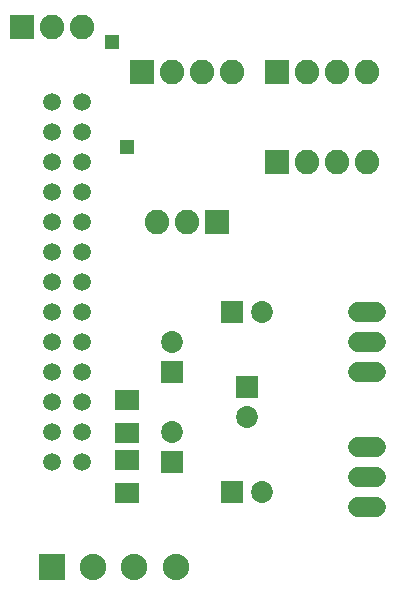
<source format=gbs>
G75*
%MOIN*%
%OFA0B0*%
%FSLAX24Y24*%
%IPPOS*%
%LPD*%
%AMOC8*
5,1,8,0,0,1.08239X$1,22.5*
%
%ADD10C,0.0730*%
%ADD11R,0.0730X0.0730*%
%ADD12C,0.0680*%
%ADD13R,0.0880X0.0880*%
%ADD14C,0.0880*%
%ADD15R,0.0820X0.0820*%
%ADD16C,0.0820*%
%ADD17C,0.0595*%
%ADD18R,0.0789X0.0710*%
%ADD19R,0.0476X0.0476*%
D10*
X006200Y006600D03*
X006200Y009600D03*
X008700Y007100D03*
X009200Y004600D03*
X009200Y010600D03*
D11*
X008200Y010600D03*
X008700Y008100D03*
X008200Y004600D03*
X006200Y005600D03*
X006200Y008600D03*
D12*
X012400Y008600D02*
X013000Y008600D01*
X013000Y009600D02*
X012400Y009600D01*
X012400Y010600D02*
X013000Y010600D01*
X013000Y006100D02*
X012400Y006100D01*
X012400Y005100D02*
X013000Y005100D01*
X013000Y004100D02*
X012400Y004100D01*
D13*
X002200Y002100D03*
D14*
X003578Y002100D03*
X004956Y002100D03*
X006334Y002100D03*
D15*
X007700Y013600D03*
X009700Y015600D03*
X009700Y018600D03*
X005200Y018600D03*
X001200Y020100D03*
D16*
X002200Y020100D03*
X003200Y020100D03*
X006200Y018600D03*
X007200Y018600D03*
X008200Y018600D03*
X010700Y018600D03*
X011700Y018600D03*
X012700Y018600D03*
X012700Y015600D03*
X011700Y015600D03*
X010700Y015600D03*
X006700Y013600D03*
X005700Y013600D03*
D17*
X003200Y013600D03*
X003200Y014600D03*
X003200Y015600D03*
X003200Y016600D03*
X003200Y017600D03*
X002200Y017600D03*
X002200Y016600D03*
X002200Y015600D03*
X002200Y014600D03*
X002200Y013600D03*
X002200Y012600D03*
X002200Y011600D03*
X002200Y010600D03*
X002200Y009600D03*
X002200Y008600D03*
X002200Y007600D03*
X002200Y006600D03*
X002200Y005600D03*
X003200Y005600D03*
X003200Y006600D03*
X003200Y007600D03*
X003200Y008600D03*
X003200Y009600D03*
X003200Y010600D03*
X003200Y011600D03*
X003200Y012600D03*
D18*
X004700Y007651D03*
X004700Y006549D03*
X004700Y005651D03*
X004700Y004549D03*
D19*
X004700Y016100D03*
X004200Y019600D03*
M02*

</source>
